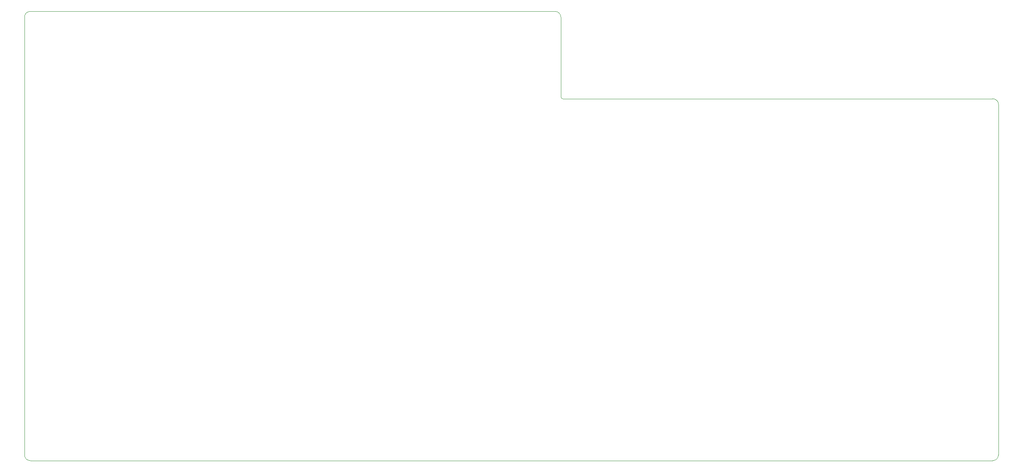
<source format=gm1>
G04 #@! TF.GenerationSoftware,KiCad,Pcbnew,(5.1.10)-1*
G04 #@! TF.CreationDate,2021-10-22T01:42:52-05:00*
G04 #@! TF.ProjectId,DTM,44544d2e-6b69-4636-9164-5f7063625858,rev?*
G04 #@! TF.SameCoordinates,Original*
G04 #@! TF.FileFunction,Profile,NP*
%FSLAX46Y46*%
G04 Gerber Fmt 4.6, Leading zero omitted, Abs format (unit mm)*
G04 Created by KiCad (PCBNEW (5.1.10)-1) date 2021-10-22 01:42:52*
%MOMM*%
%LPD*%
G01*
G04 APERTURE LIST*
G04 #@! TA.AperFunction,Profile*
%ADD10C,0.050000*%
G04 #@! TD*
G04 APERTURE END LIST*
D10*
X156425000Y-58250000D02*
X250000000Y-58250000D01*
X156000000Y-57825000D02*
X156000000Y-40500000D01*
X156425000Y-58250000D02*
G75*
G02*
X156000000Y-57825000I0J425000D01*
G01*
X250000000Y-58249755D02*
G75*
G02*
X251275000Y-59500000I0J-1275245D01*
G01*
X251250000Y-135750000D02*
G75*
G02*
X250000000Y-137000000I-1250000J0D01*
G01*
X154750000Y-39250000D02*
G75*
G02*
X156000000Y-40500000I0J-1250000D01*
G01*
X40500000Y-137000000D02*
G75*
G02*
X39250000Y-135750000I0J1250000D01*
G01*
X39250000Y-40500000D02*
G75*
G02*
X40500000Y-39250000I1250000J0D01*
G01*
X39250000Y-40500000D02*
X39250000Y-135750000D01*
X154750000Y-39250000D02*
X40500000Y-39250000D01*
X251250000Y-135750000D02*
X251275000Y-59500000D01*
X40500000Y-137000000D02*
X250000000Y-137000000D01*
M02*

</source>
